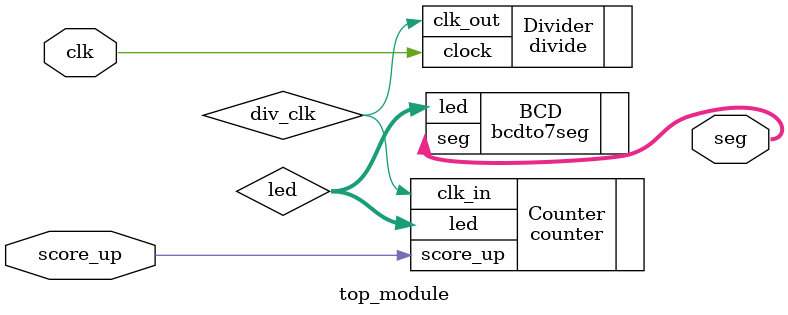
<source format=v>
`timescale 1ns / 1ps


module top_module(
    input clk,
    input score_up,
    output [6:0] seg
);
    wire div_clk;
    wire [3:0]led;
    
    divide Divider(.clock(clk), .clk_out(div_clk));
    
    counter Counter(.clk_in(div_clk), .score_up(score_up), .led(led));
    
    bcdto7seg BCD(.led(led), .seg(seg));
    
endmodule 

</source>
